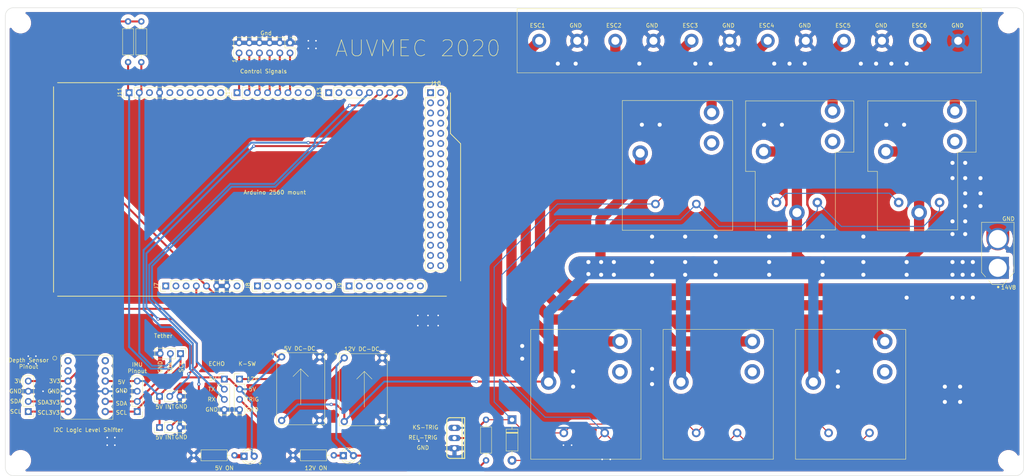
<source format=kicad_pcb>
(kicad_pcb (version 20211014) (generator pcbnew)
  (layers (0 "F.Cu" signal) (31 "B.Cu" signal) (34 "B.Paste" user) (35 "F.Paste" user) (36 "B.SilkS" user "B.Silkscreen") (37 "F.SilkS" user "F.Silkscreen") (38 "B.Mask" user) (39 "F.Mask" user) (44 "Edge.Cuts" user))
  (net 0 "")
  (net 1 "TRIG-REL")
  (net 2 "GND-REL")
  (net 3 "12V-REG")
  (net 4 "5V-REG")
  (net 5 "TRIG-KS")
  (net 6 "GND")
  (net 7 "PWR-ESC1")
  (net 8 "PWR-ESC2")
  (net 9 "PWR-ESC3")
  (net 10 "PWR-ESC4")
  (net 11 "PWR-ESC5")
  (net 12 "PWR-ESC6")
  (net 13 "SCL")
  (net 14 "SDA")
  (net 15 "3V3")
  (net 16 "SDA-3V3")
  (net 17 "SCL-3V3")
  (net 18 "VCC")
  (net 19 "CS1")
  (net 20 "CS2")
  (net 21 "CS3")
  (net 22 "CS4")
  (net 23 "CS5")
  (net 24 "CS6")
  (net 25 "Net-(D2-Pad1)")
  (net 26 "Net-(D3-Pad1)")
  (net 27 "TX_ECHO")
  (net 28 "RX_ECHO")
  (net 29 "INT_FLOW1")
  (net 30 "INT_FLOW2")
  (footprint "MountingHole:MountingHole_3.2mm_M3" (layer "F.Cu") (at 331.47 52.07)
    (fp_text reference "H3")
    (fp_text value "MountingHole")
  )
  (footprint "MountingHole:MountingHole_3.2mm_M3" (layer "F.Cu") (at 85.09 52.07)
    (fp_text reference "H1")
    (fp_text value "MountingHole")
  )
  (footprint "MountingHole:MountingHole_3.2mm_M3" (layer "F.Cu") (at 85.09 161.29)
    (fp_text reference "H2")
    (fp_text value "MountingHole")
  )
  (footprint "MountingHole:MountingHole_3.2mm_M3" (layer "F.Cu") (at 331.47 161.29)
    (fp_text reference "H4")
    (fp_text value "MountingHole")
  )
  (footprint "AUVMEC2020:xcluma Mini360" (layer "F.Cu") (at 154.94 143.383 90)
    (fp_text reference "U2")
    (fp_text value "Xcluma-Mini360-ADJ")
  )
  (footprint "Resistor_THT:R_Axial_DIN0207_L6.3mm_D2.5mm_P10.16mm_Horizontal" (layer "F.Cu") (at 201.168 161.29 90)
    (fp_text reference "R1")
    (fp_text value "10K")
  )
  (footprint "Resistor_THT:R_Axial_DIN0207_L6.3mm_D2.5mm_P10.16mm_Horizontal" (layer "F.Cu") (at 111.887 51.689 -90)
    (fp_text reference "R2")
    (fp_text value "4K7")
  )
  (footprint "Resistor_THT:R_Axial_DIN0207_L6.3mm_D2.5mm_P10.16mm_Horizontal" (layer "F.Cu") (at 115.189 51.689 -90)
    (fp_text reference "R3")
    (fp_text value "4K7")
  )
  (footprint "AUVMEC2020:xcluma Mini360" (layer "F.Cu") (at 170.561 143.637 90)
    (fp_text reference "U1")
    (fp_text value "Xcluma-Mini360-ADJ")
  )
  (footprint "AUVMEC2020:TO-220" (layer "F.Cu") (at 193.294 155.702 -90)
    (fp_text reference "U3")
    (fp_text value "IRFZ44")
  )
  (footprint "AUVMEC2020:JQX-16F(T91)" (layer "F.Cu") (at 226.06 144.78)
    (fp_text reference "K1")
    (fp_text value "JQX-16F(T91)")
  )
  (footprint "Connector_PinHeader_2.54mm:PinHeader_1x08_P2.54mm_Vertical" (layer "F.Cu") (at 121.285 117.729 90)
    (fp_text reference "J7")
    (fp_text value "Conn_01x08")
  )
  (footprint "Connector_PinHeader_2.54mm:PinHeader_1x08_P2.54mm_Vertical" (layer "F.Cu") (at 161.925 69.469 90)
    (fp_text reference "J13")
    (fp_text value "Conn_01x08")
  )
  (footprint "Connector_PinHeader_2.54mm:PinHeader_1x08_P2.54mm_Vertical" (layer "F.Cu") (at 139.065 69.469 90)
    (fp_text reference "J12")
    (fp_text value "Conn_01x08")
  )
  (footprint "Connector_PinHeader_2.54mm:PinHeader_1x10_P2.54mm_Vertical" (layer "F.Cu") (at 112.141 69.469 90)
    (fp_text reference "J11")
    (fp_text value "Conn_01x10")
  )
  (footprint "Connector_PinHeader_2.54mm:PinHeader_1x08_P2.54mm_Vertical" (layer "F.Cu") (at 167.005 117.729 90)
    (fp_text reference "J9")
    (fp_text value "Conn_01x08")
  )
  (footprint "Connector_PinHeader_2.54mm:PinHeader_2x18_P2.54mm_Vertical" (layer "F.Cu") (at 187.325 69.469)
    (fp_text reference "J10")
    (fp_text value "Conn_02x18_Counter_Clockwise")
  )
  (footprint "Connector_PinHeader_2.54mm:PinHeader_1x08_P2.54mm_Vertical" (layer "F.Cu") (at 144.145 117.729 90)
    (fp_text reference "J8")
    (fp_text value "Conn_01x08")
  )
  (footprint "Connector_PinHeader_2.54mm:PinHeader_2x06_P2.54mm_Vertical" (layer "F.Cu") (at 152.273 57.023 -90)
    (fp_text reference "J6")
    (fp_text value "Conn_02x06_Counter_Clockwise")
  )
  (footprint "Connector_PinHeader_2.54mm:PinHeader_1x04_P2.54mm_Vertical" (layer "F.Cu") (at 114.173 149.098 180)
    (fp_text reference "J3")
    (fp_text value "Conn_01x04")
  )
  (footprint "Connector_PinHeader_2.54mm:PinHeader_1x04_P2.54mm_Vertical" (layer "F.Cu") (at 139.7 140.97)
    (fp_text reference "J1")
    (fp_text value "Conn_01x04")
  )
  (footprint "LED_THT:LED_D3.0mm" (layer "F.Cu") (at 140.801001 160.249001)
    (fp_text reference "D2")
    (fp_text value "LED")
  )
  (footprint "LED_THT:LED_D3.0mm" (layer "F.Cu") (at 165.566001 160.084001)
    (fp_text reference "D3")
    (fp_text value "LED")
  )
  (footprint "AUVMEC2020:JQX-15F(T90)" (layer "F.Cu") (at 309.88 87.63)
    (fp_text reference "K6")
    (fp_text value "JQX-15F(T90)")
  )
  (footprint "AUVMEC2020:JQX-16F(T91)" (layer "F.Cu") (at 248.92 87.63)
    (fp_text reference "K5")
    (fp_text value "JQX-16F(T91)")
  )
  (footprint "AUVMEC2020:JQX-16F(T91)" (layer "F.Cu") (at 259.08 144.78)
    (fp_text reference "K4")
    (fp_text value "JQX-16F(T91)")
  )
  (footprint "AUVMEC2020:JQX-16F(T91)" (layer "F.Cu") (at 292.1 144.78)
    (fp_text reference "K2")
    (fp_text value "JQX-16F(T91)")
  )
  (footprint "AUVMEC2020:AMASS_XT60-M" (layer "F.Cu") (at 328.803 109.601 90)
    (fp_text reference "J5")
    (fp_text value "XT-60")
  )
  (footprint "AUVMEC2020:JQX-15F(T90)" (layer "F.Cu") (at 279.4 87.63)
    (fp_text reference "K3")
    (fp_text value "JQX-15F(T90)")
  )
  (footprint "Diode_THT:D_DO-41_SOD81_P10.16mm_Horizontal" (layer "F.Cu") (at 207.645 151.13 -90)
    (fp_text reference "D1")
    (fp_text value "1N4007")
  )
  (footprint "Connector_PinHeader_2.54mm:PinHeader_1x04_P2.54mm_Vertical" (layer "F.Cu") (at 86.995 149.098 180)
    (fp_text reference "J4")
    (fp_text value "Conn_01x04")
  )
  (footprint "AUVMEC2020:I2C-LLS" (layer "F.Cu") (at 101.601 142.998 180)
    (fp_text reference "PCB1")
    (fp_text value "Logic-Level-Shifter")
  )
  (footprint "Resistor_THT:R_Axial_DIN0207_L6.3mm_D2.5mm_P10.16mm_Horizontal" (layer "F.Cu") (at 153.035 160.02)
    (fp_text reference "R5")
    (fp_text value "1K")
  )
  (footprint "Connector_PinHeader_2.54mm:PinHeader_1x03_P2.54mm_Vertical" (layer "F.Cu") (at 119.7356 145.288 90)
    (fp_text reference "J16")
    (fp_text value "Conn_01x03")
  )
  (footprint "Connector_PinHeader_2.54mm:PinHeader_1x03_P2.54mm_Vertical" (layer "F.Cu") (at 124.968 134.62 -90)
    (fp_text reference "J14")
    (fp_text value "Conn_01x03")
  )
  (footprint "Resistor_THT:R_Axial_DIN0207_L6.3mm_D2.5mm_P10.16mm_Horizontal" (layer "F.Cu") (at 128.27 160.02)
    (fp_text reference "R4")
    (fp_text value "1K")
  )
  (footprint "Connector_PinHeader_2.54mm:PinHeader_1x03_P2.54mm_Vertical" (layer "F.Cu") (at 119.7356 153.0604 90)
    (fp_text reference "J15")
    (fp_text value "Conn_01x03")
  )
  (footprint "Connector_PinHeader_2.54mm:PinHeader_1x04_P2.54mm_Vertical" (layer "F.Cu") (at 135.89 140.97)
    (fp_text reference "J17")
    (fp_text value "Conn_01x04")
  )
  (footprint "AUVMEC2020:12PIN_CONN" (layer "F.Cu") (at 208.915 56.515)
    (fp_text reference "J2")
    (fp_text value "Conn_01x12")
  )
  (gr_line (start 170.815 147.955) (end 170.815 139.065) (layer "F.SilkS") (width 0.12))
  (gr_line (start 170.815 139.065) (end 168.91 140.97) (layer "F.SilkS") (width 0.12))
  (gr_line (start 170.815 139.065) (end 172.72 140.97) (layer "F.SilkS") (width 0.12))
  (gr_line (start 192.285722 79.676907) (end 194.824825 82.21601) (layer "F.SilkS") (width 0.2))
  (gr_line (start 191.291241 120.281393) (end 94.297513 120.281393) (layer "F.SilkS") (width 0.2))
  (gr_line (start 194.824825 82.21601) (end 194.824825 116.472739) (layer "F.SilkS") (width 0.2))
  (gr_line (start 192.285722 69.520496) (end 192.285722 79.676907) (layer "F.SilkS") (width 0.2))
  (gr_line (start 93.303031 119.286911) (end 93.303031 67.997034) (layer "F.SilkS") (width 0.2))
  (gr_line (start 94.297513 66.981393) (end 189.74662 66.981393) (layer "F.SilkS") (width 0.2))
  (gr_circle (center 93.601 135.746) (end 93.601 136.246) (layer "F.SilkS") (width 0.12) (fill none))
  (gr_line (start 154.94 147.32) (end 154.94 138.43) (layer "F.SilkS") (width 0.12))
  (gr_line (start 154.94 138.43) (end 153.035 140.335) (layer "F.SilkS") (width 0.12))
  (gr_line (start 154.94 138.43) (end 156.845 140.335) (layer "F.SilkS") (width 0.12))
  (gr_line (start 81.28 163.068) (end 81.28 50.292) (layer "Edge.Cuts") (width 0.1))
  (gr_line (start 83.312 48.26) (end 333.248 48.26) (layer "Edge.Cuts") (width 0.1))
  (gr_line (start 333.248 165.1) (end 83.312 165.1) (layer "Edge.Cuts") (width 0.1))
  (gr_arc (start 333.248 48.26) (mid 334.684841 48.855159) (end 335.28 50.292) (layer "Edge.Cuts") (width 0.1))
  (gr_arc (start 335.28 163.068) (mid 334.684841 164.504841) (end 333.248 165.1) (layer "Edge.Cuts") (width 0.1))
  (gr_line (start 335.28 50.292) (end 335.28 163.068) (layer "Edge.Cuts") (width 0.1))
  (gr_arc (start 83.312 165.1) (mid 81.875159 164.504841) (end 81.28 163.068) (layer "Edge.Cuts") (width 0.1))
  (gr_arc (start 81.28 50.292) (mid 81.875159 48.855159) (end 83.312 48.26) (layer "Edge.Cuts") (width 0.1))
  (gr_text "Arduino 2560 mount" (at 148.463 94.361) (layer "F.SilkS") (effects (font (size 1 1))))
  (gr_text "I2C Logic Level Shifter" (at 101.981 153.67) (layer "F.SilkS") (effects (font (size 1 1))))
  (gr_text "GND" (at 110.236 143.891) (layer "F.SilkS") (effects (font (size 1 1))))
  (gr_text "SDA3V3" (at 92.075 146.812) (layer "F.SilkS") (effects (font (size 1 1))))
  (gr_text "3V3" (at 93.599 141.478) (layer "F.SilkS") (effects (font (size 1 1))))
  (gr_text "SDA" (at 110.236 147.066) (layer "F.SilkS") (effects (font (size 1 1))))
  (gr_text "3V" (at 84.455 141.478) (layer "F.SilkS") (effects (font (size 1 1))))
  (gr_text "SCL" (at 83.85556 149.08784) (layer "F.SilkS") (effects (font (size 1 1))))
  (gr_text "GND" (at 93.345 144.018) (layer "F.SilkS") (effects (font (size 1 1))))
  (gr_text "5V" (at 110.236 141.732) (layer "F.SilkS") (effects (font (size 1 1))))
  (gr_text "Depth Sensor\nPinout" (at 87.07628 137.06348) (layer "F.SilkS") (effects (font (size 1 1))))
  (gr_text "GND" (at 83.81492 144.01292) (layer "F.SilkS") (effects (font (size 1 1))))
  (gr_text "SDA" (at 83.8962 146.52244) (layer "F.SilkS") (effects (font (size 1 1))))
  (gr_text "SCL" (at 110.236 149.352) (layer "F.SilkS") (effects (font (size 1 1))))
  (gr_text "SCL3V3" (at 92.075 149.352) (layer "F.SilkS") (effects (font (size 1 1))))
  (gr_text "5V DC-DC\n" (at 154.686 133.35) (layer "F.SilkS") (effects (font (size 1 1))))
  (gr_text "INT" (at 122.301 155.5242) (layer "F.SilkS") (effects (font (size 1 1))))
  (gr_text "GND" (at 125.1204 155.4734) (layer "F.SilkS") (effects (font (size 1 1))))
  (gr_text "5V" (at 119.634 155.5242) (layer "F.SilkS") (effects (font (size 1 1))))
  (gr_text "5V" (at 132.969 140.9192) (layer "F.SilkS") (effects (font (size 1 1))))
  (gr_text "+" (at 163.83 134.62) (layer "F.SilkS") (effects (font (size 1 1))))
  (gr_text "12V ON" (at 158.75 163.195) (layer "F.SilkS") (effects (font (size 1 1))))
  (gr_text "+" (at 144.78 161.925) (layer "F.SilkS") (effects (font (size 1 1))))
  (gr_text "GND" (at 119.9134 137.9474 90) (layer "F.SilkS") (effects (font (size 1 1))))
  (gr_text "ESC2" (at 233.045 52.705) (layer "F.SilkS") (effects (font (size 1 1))))
  (gr_text "K-SW" (at 141.605 137.16) (layer "F.SilkS") (effects (font (size 1 1))))
  (gr_text "GND" (at 331.47 100.965) (layer "F.SilkS") (effects (font (size 1 1))))
  (gr_text "GND" (at 261.62 52.705) (layer "F.SilkS") (effects (font (size 1 1))))
  (gr_text "IMU\nPinout" (at 114.173 138.176) (layer "F.SilkS") (effects (font (size 1 1))))
  (gr_text "GND" (at 142.875 148.59) (layer "F.SilkS") (effects (font (size 1 1))))
  (gr_text "Control Signals\n" (at 145.669 64.135) (layer "F.SilkS") (effects (font (size 1 1))))
  (gr_text "1" (at 138.43 61.595 90) (layer "F.SilkS") (effects (font (size 1 1) (thickness 0.15) italic)))
  (gr_text "REL-TRIG" (at 185.42 155.575) (layer "F.SilkS") (effects (font (size 1 1))))
  (gr_text "ESC4" (at 271.145 52.705) (layer "F.SilkS") (effects (font (size 1 1))))
  (gr_text "14V8" (at 331.47 118.11) (layer "F.SilkS") (effects (font (size 1 1))))
  (gr_text "ESC6" (at 309.245 52.705) (layer "F.SilkS") (effects (font (size 1 1))))
  (gr_text "5V ON" (at 135.89 163.195) (layer "F.SilkS") (effects (font (size 1 1))))
  (gr_text "12V" (at 142.875 140.97) (layer "F.SilkS") (effects (font (size 1 1))))
  (gr_text "GND" (at 318.77 52.705) (layer "F.SilkS") (effects (font (size 1 1))))
  (gr_text "RX" (at 132.715 146.05) (layer "F.SilkS") (effects (font (size 1 1))))
  (gr_text "ESC3" (at 252.095 52.705) (layer "F.SilkS") (effects (font (size 1 1))))
  (gr_text "5V" (at 142.875 143.51) (layer "F.SilkS") (effects (font (size 1 1))))
  (gr_text "ESC1" (at 213.995 52.705) (layer "F.SilkS") (effects (font (size 1 1))))
  (gr_text "SCL" (at 125.1458 137.9474 90) (layer "F.SilkS") (effects (font (size 1 1))))
  (gr_text "ECHO" (at 133.985 137.16) (layer "F.SilkS") (effects (font (size 1 1))))
  (gr_text "GND" (at 132.715 148.59) (layer "F.SilkS") (effects (font (size 1 1))))
  (gr_text "GND" (at 280.67 52.705) (layer "F.SilkS") (effects (font (size 1 1))))
  (gr_text "GND" (at 299.72 52.705) (layer "F.SilkS") (effects (font (size 1 1))))
  (gr_text "TRIG" (at 142.875 146.05) (layer "F.SilkS") (effects (font (size 1 1))))
  (gr_text "SDA" (at 122.4026 138.1252 90) (layer "F.SilkS") (effects (font (size 1 1))))
  (gr_text "GND" (at 125.1204 147.8534) (layer "F.SilkS") (effects (font (size 1 1))))
  (gr_text "AUVMEC 2020" (at 184.15 58.42) (layer "F.SilkS") (effects (font (size 4 4))))
  (gr_text "GND" (at 223.52 52.705) (layer "F.SilkS") (effects (font (size 1 1))))
  (gr_text "ESC5" (at 290.195 52.705) (layer "F.SilkS") (effects (font (size 1 1))))
  (gr_text "KS-TRIG" (at 186.055 153.035) (layer "F.SilkS") (effects (font (size 1 1))))
  (gr_text "Gnd" (at 146.304 54.61) (layer "F.SilkS") (effects (font (size 1 1))))
  (gr_text "+" (at 169.545 161.925) (layer "F.SilkS") (effects (font (size 1 1))))
  (gr_text "12V DC-DC\n" (at 170.18 133.477) (layer "F.SilkS") (effects (font (size 1 1))))
  (gr_text "INT" (at 122.301 147.9042) (layer "F.SilkS") (effects (font (size 1 1))))
  (gr_text "5V" (at 119.634 147.9042) (layer "F.SilkS") (effects (font (size 1 1))))
  (gr_text "TX" (at 132.715 143.51) (layer "F.SilkS") (effects (font (size 1 1))))
  (gr_text "GND" (at 185.42 158.115) (layer "F.SilkS") (effects (font (size 1 1))))
  (gr_text "+" (at 147.955 134.62) (layer "F.SilkS") (effects (font (size 1 1))))
  (gr_text "Tether" (at 120.65 130.175) (layer "F.SilkS") (effects (font (size 1 1))))
  (gr_text "GND" (at 242.57 52.705) (layer "F.SilkS") (effects (font (size 1 1))))
  (segment (start 243.42 97.27) (end 245.620001 95.069999) (width 0.25) (layer "F.Cu") (net 1))
  (segment (start 245.620001 95.069999) (end 271.789999 95.069999) (width 0.25) (layer "F.Cu") (net 1))
  (segment (start 210.935 154.42) (end 207.645 151.13) (width 0.25) (layer "F.Cu") (net 1))
  (segment (start 196.596 155.702) (end 201.168 151.13) (width 0.5) (layer "F.Cu") (net 1))
  (segment (start 255.780001 152.219999) (end 253.58 154.42) (width 0.25) (layer "F.Cu") (net 1))
  (segment (start 222.760001 152.219999) (end 220.56 154.42) (width 0.25) (layer "F.Cu") (net 1))
  (segment (start 193.294 155.702) (end 196.596 155.702) (width 0.5) (layer "F.Cu") (net 1))
  (segment (start 286.6 154.42) (end 284.399999 152.219999) (width 0.25) (layer "F.Cu") (net 1))
  (segment (start 271.789999 95.069999) (end 273.6 96.88) (width 0.25) (layer "F.Cu") (net 1))
  (segment (start 284.399999 152.219999) (end 255.780001 152.219999) (width 0.25) (layer "F.Cu") (net 1))
  (segment (start 207.645 151.13) (end 201.168 151.13) (width 0.25) (layer "F.Cu") (net 1))
  (segment (start 220.56 154.42) (end 210.935 154.42) (width 0.25) (layer "F.Cu") (net 1))
  (segment (start 253.58 154.42) (end 251.379999 152.219999) (width 0.25) (layer "F.Cu") (net 1))
  (segment (start 251.379999 152.219999) (end 222.760001 152.219999) (width 0.25) (layer "F.Cu") (net 1))
  (segment (start 203.2 146.685) (end 207.645 151.13) (width 0.25) (layer "B.Cu") (net 1))
  (segment (start 218.96 97.27) (end 203.2 113.03) (width 0.25) (layer "B.Cu") (net 1))
  (segment (start 275.865 94.615) (end 282.642498 94.615) (width 0.25) (layer "B.Cu") (net 1))
  (segment (start 243.42 97.27) (end 218.96 97.27) (width 0.25) (layer "B.Cu") (net 1))
  (segment (start 301.767499 94.567499) (end 304.08 96.88) (width 0.25) (layer "B.Cu") (net 1))
  (segment (start 273.6 96.88) (end 275.865 94.615) (width 0.25) (layer "B.Cu") (net 1))
  (segment (start 282.689999 94.567499) (end 301.767499 94.567499) (width 0.25) (layer "B.Cu") (net 1))
  (segment (start 203.2 113.03) (end 203.2 146.685) (width 0.25) (layer "B.Cu") (net 1))
  (segment (start 282.642498 94.615) (end 282.689999 94.567499) (width 0.25) (layer "B.Cu") (net 1))
  (segment (start 232.960001 156.620001) (end 261.579999 156.620001) (width 0.25) (layer "F.Cu") (net 2))
  (segment (start 223.89 161.29) (end 230.76 154.42) (width 0.25) (layer "F.Cu") (net 2))
  (segment (start 230.76 154.42) (end 232.960001 156.620001) (width 0.25) (layer "F.Cu") (net 2))
  (segment (start 261.579999 156.620001) (end 263.78 154.42) (width 0.25) (layer "F.Cu") (net 2))
  (segment (start 207.645 161.29) (end 223.89 161.29) (width 0.25) (layer "F.Cu") (net 2))
  (segment (start 265.980001 156.620001) (end 294.599999 156.620001) (width 0.25) (layer "F.Cu") (net 2))
  (segment (start 294.599999 156.620001) (end 296.8 154.42) (width 0.25) (layer "F.Cu") (net 2))
  (segment (start 263.78 154.42) (end 265.980001 156.620001) (width 0.25) (layer "F.Cu") (net 2))
  (segment (start 310.252502 102.87) (end 289.79 102.87) (width 0.25) (layer "B.Cu") (net 2))
  (segment (start 205.105 139.7) (end 215.9 150.495) (width 0.25) (layer "B.Cu") (net 2))
  (segment (start 314.28 96.88) (end 314.28 98.842502) (width 0.25) (layer "B.Cu") (net 2))
  (segment (start 314.28 98.842502) (end 310.252502 102.87) (width 0.25) (layer "B.Cu") (net 2))
  (segment (start 215.9 150.495) (end 226.835 150.495) (width 0.25) (layer "B.Cu") (net 2))
  (segment (start 218.82611 101.21389) (end 205.105 114.935) (width 0.25) (layer "B.Cu") (net 2))
  (segment (start 259.22 102.87) (end 253.62 97.27) (width 0.25) (layer "B.Cu") (net 2))
  (segment (start 289.79 102.87) (end 283.8 96.88) (width 0.25) (layer "B.Cu") (net 2))
  (segment (start 226.835 150.495) (end 230.76 154.42) (width 0.25) (layer "B.Cu") (net 2))
  (segment (start 253.62 97.27) (end 249.67611 101.21389) (width 0.25) (layer "B.Cu") (net 2))
  (segment (start 283.8 96.88) (end 283.8 98.842502) (width 0.25) (layer "B.Cu") (net 2))
  (segment (start 249.67611 101.21389) (end 218.82611 101.21389) (width 0.25) (layer "B.Cu") (net 2))
  (segment (start 279.772502 102.87) (end 259.22 102.87) (width 0.25) (layer "B.Cu") (net 2))
  (segment (start 205.105 114.935) (end 205.105 139.7) (width 0.25) (layer "B.Cu") (net 2))
  (segment (start 283.8 98.842502) (end 279.772502 102.87) (width 0.25) (layer "B.Cu") (net 2))
  (segment (start 199.263 163.195) (end 201.168 161.29) (width 0.5) (layer "F.Cu") (net 3))
  (segment (start 168.106001 160.084001) (end 179.769001 160.084001) (width 0.5) (layer "F.Cu") (net 3))
  (segment (start 139.7 140.97) (end 160.538 140.97) (width 0.5) (layer "F.Cu") (net 3))
  (segment (start 160.538 140.97) (end 165.811 135.697) (width 0.5) (layer "F.Cu") (net 3))
  (segment (start 179.769001 160.084001) (end 182.88 163.195) (width 0.5) (layer "F.Cu") (net 3))
  (segment (start 182.88 163.195) (end 199.263 163.195) (width 0.5) (layer "F.Cu") (net 3))
  (segment (start 165.811 135.697) (end 163.83 137.678) (width 0.5) (layer "B.Cu") (net 3))
  (segment (start 163.83 137.678) (end 163.83 155.808) (width 0.5) (layer "B.Cu") (net 3))
  (segment (start 163.83 155.808) (end 168.106001 160.084001) (width 0.5) (layer "B.Cu") (net 3))
  (segment (start 111.887 51.689) (end 109.855 51.689) (width 0.5) (layer "F.Cu") (net 4))
  (segment (start 114.173 141.478) (end 106.201 141.478) (width 0.5) (layer "F.Cu") (net 4))
  (segment (start 109.855 51.689) (end 103.124 58.42) (width 0.5) (layer "F.Cu") (net 4))
  (segment (start 135.89 140.97) (end 137.16 140.97) (width 0.5) (layer "F.Cu") (net 4))
  (segment (start 119.7356 145.0594) (end 124.244999 140.550001) (width 0.5) (layer "F.Cu") (net 4))
  (segment (start 103.124 89.408) (end 130.950018 117.234018) (width 0.5) (layer "F.Cu") (net 4))
  (segment (start 131.445 117.729) (end 149.159 135.443) (width 0.5) (layer "F.Cu") (net 4))
  (segment (start 124.244999 140.550001) (end 135.470001 140.550001) (width 0.5) (layer "F.Cu") (net 4))
  (segment (start 119.7356 145.288) (end 119.7356 145.0594) (width 0.5) (layer "F.Cu") (net 4))
  (segment (start 135.470001 140.550001) (end 135.89 140.97) (width 0.5) (layer "F.Cu") (net 4))
  (segment (start 119.7356 145.288) (end 119.7356 153.0604) (width 0.5) (layer "F.Cu") (net 4))
  (segment (start 111.887 51.689) (end 115.189 51.689) (width 0.5) (layer "F.Cu") (net 4))
  (segment (start 137.16 140.97) (end 139.7 143.51) (width 0.5) (layer "F.Cu") (net 4))
  (segment (start 149.159 135.443) (end 150.19 135.443) (width 0.5) (layer "F.Cu") (net 4))
  (segment (start 103.124 58.42) (end 103.124 89.408) (width 0.5) (layer "F.Cu") (net 4))
  (segment (start 142.123 143.51) (end 150.19 135.443) (width 0.5) (layer "B.Cu") (net 4))
  (segment (start 115.9256 141.478) (end 119.7356 145.288) (width 0.5) (layer "B.Cu") (net 4))
  (segment (start 143.256 160.164) (end 143.341001 160.249001) (width 0.5) (layer "B.Cu") (net 4))
  (segment (start 142.748 159.656) (end 143.341001 160.249001) (width 0.5) (layer "B.Cu") (net 4))
  (segment (start 114.173 141.478) (end 115.9256 141.478) (width 0.5) (layer "B.Cu") (net 4))
  (segment (start 139.7 143.51) (end 142.748 146.558) (width 0.5) (layer "B.Cu") (net 4))
  (segment (start 142.748 146.558) (end 142.748 159.656) (width 0.5) (layer "B.Cu") (net 4))
  (segment (start 139.7 143.51) (end 142.123 143.51) (width 0.5) (layer "B.Cu") (net 4))
  (segment (start 146.812 153.162) (end 139.7 146.05) (width 0.5) (layer "F.Cu") (net 5))
  (segment (start 193.294 153.162) (end 239.776 153.162) (width 0.5) (layer "B.Cu") (net 5))
  (segment (start 318.915 56.515) (end 328.803 66.403) (width 5.7) (layer "F.Cu") (net 6))
  (segment (start 328.803 66.403) (end 328.803 106.001) (width 5.7) (layer "F.Cu") (net 6))
  (segment (start 175.631 151.257) (end 175.311 151.577) (width 1.02) (layer "F.Cu") (net 6))
  (via (at 273.05 62.23) (size 2.03) (drill 1.02) (layers "F.Cu" "B.Cu") (net 6))
  (via (at 280.67 62.23) (size 2.03) (drill 1.02) (layers "F.Cu" "B.Cu") (net 6))
  (via (at 320.675 104.775) (size 2.03) (drill 1.02) (layers "F.Cu" "B.Cu") (net 6))
  (via (at 106.68 155.575) (size 0.8) (drill 0.4) (layers "F.Cu" "B.Cu") (net 6))
  (via (at 230.124 161.036) (size 0.8) (drill 0.4) (layers "F.Cu" "B.Cu") (net 6))
  (via (at 88.9 135.255) (size 0.8) (drill 0.4) (layers "F.Cu" "B.Cu") (net 6))
  (via (at 320.675 86.995) (size 2.03) (drill 1.02) (layers "F.Cu" "B.Cu") (net 6))
  (via (at 276.86 62.23) (size 2.03) (drill 1.02) (layers "F.Cu" "B.Cu") (net 6))
  (via (at 315.595 146.685) (size 2.03) (drill 1.02) (layers "F.Cu" "B.Cu") (net 6))
  (via (at 108.585 155.575) (size 0.8) (drill 0.4) (layers "F.Cu" "B.Cu") (net 6))
  (via (at 110.998 144.018) (size 0.8) (drill 0.4) (layers "F.Cu" "B.Cu") (net 6))
  (via (at 288.925 142.875) (size 2.03) (drill 1.02) (layers "F.Cu" "B.Cu") (net 6))
  (via (at 271.78 105.41) (size 2.03) (drill 1.02) (layers "F.Cu" "B.Cu") (net 6))
  (via (at 242.57 105.41) (size 2.03) (drill 1.02) (layers "F.Cu" "B.Cu") (net 6))
  (via (at 158.75 56.515) (size 0.8) (drill 0.4) (layers "F.Cu" "B.Cu") (net 6))
  (via (at 317.5 104.775) (size 2.03) (drill 1.02) (layers "F.Cu" "B.Cu") (net 6))
  (via (at 320.675 97.79) (size 2.03) (drill 1.02) (layers "F.Cu" "B.Cu") (net 6))
  (via (at 240.03 77.47) (size 2.03) (drill 1.02) (layers "F.Cu" "B.Cu") (net 6))
  (via (at 324.485 90.805) (size 2.03) (drill 1.02) (layers "F.Cu" "B.Cu") (net 6))
  (via (at 317.5 90.805) (size 2.03) (drill 1.02) (layers "F.Cu" "B.Cu") (net 6))
  (via (at 317.5 101.6) (size 2.03) (drill 1.02) (layers "F.Cu" "B.Cu") (net 6))
  (via (at 232.156 161.036) (size 0.8) (drill 0.4) (layers "F.Cu" "B.Cu") (net 6))
  (via (at 319.405 146.685) (size 2.03) (drill 1.02) (layers "F.Cu" "B.Cu") (net 6))
  (via (at 186.69 127.635) (size 0.8) (drill 0.4) (layers "F.Cu" "B.Cu") (net 6))
  (via (at 324.485 97.79) (size 2.03) (drill 1.02) (layers "F.Cu" "B.Cu") (net 6))
  (via (at 294.64 62.23) (size 2.03) (drill 1.02) (layers "F.Cu" "B.Cu") (net 6))
  (via (at 158.75 58.42) (size 0.8) (drill 0.4) (layers "F.Cu" "B.Cu") (net 6))
  (via (at 320.04 120.65) (size 2.03) (drill 1.02) (layers "F.Cu" "B.Cu") (net 6))
  (via (at 258.445 105.41) (size 2.03) (drill 1.02) (layers "F.Cu" "B.Cu") (net 6))
  (via (at 189.23 127.635) (size 0.8) (drill 0.4) (layers "F.Cu" "B.Cu") (net 6))
  (via (at 88.9 137.16) (size 0.8) (drill 0.4) (layers "F.Cu" "B.Cu") (net 6))
  (via (at 298.45 62.23) (size 2.03) (drill 1.02) (layers "F.Cu" "B.Cu") (net 6))
  (via (at 295.275 105.41) (size 2.03) (drill 1.02) (layers "F.Cu" "B.Cu") (net 6))
  (via (at 222.885 139.065) (size 2.03) (drill 1.02) (layers "F.Cu" "B.Cu") (net 6))
  (via (at 219.075 62.23) (size 2.03) (drill 1.02) (layers "F.Cu" "B.Cu") (net 6))
  (via (at 122.428 148.336) (size 0.8) (drill 0.4) (layers "F.Cu" "B.Cu") (net 6))
  (via (at 244.475 77.47) (size 2.03) (drill 1.02) (layers "F.Cu" "B.Cu") (net 6))
  (via (at 305.435 77.47) (size 2.03) (drill 1.02) (layers "F.Cu" "B.Cu") (net 6))
  (via (at 92.71 144.018) (size 0.8) (drill 0.4) (layers "F.Cu" "B.Cu") (net 6))
  (via (at 242.57 142.24) (size 2.03) (drill 1.02) (layers "F.Cu" "B.Cu") (net 6))
  (via (at 210.185 132.715) (size 2.03) (drill 1.02) (layers "F.Cu" "B.Cu") (net 6))
  (via (at 288.925 139.065) (size 2.03) (drill 1.02) (layers "F.Cu" "B.Cu") (net 6))
  (via (at 106.68 157.48) (size 0.8) (drill 0.4) (layers "F.Cu" "B.Cu") (net 6))
  (via (at 90.678 144.018) (size 0.8) (drill 0.4) (layers "F.Cu" "B.Cu") (net 6))
  (via (at 156.845 58.42) (size 0.8) (drill 0.4) (layers "F.Cu" "B.Cu") (net 6))
  (via (at 300.99 77.47) (size 2.03) (drill 1.02) (layers "F.Cu" "B.Cu") (net 6))
  (via (at 156.845 56.515) (size 0.8) (drill 0.4) (layers "F.Cu" "B.Cu") (net 6))
  (via (at 223.52 62.23) (size 2.03) (drill 1.02) (layers "F.Cu" "B.Cu") (net 6))
  (via (at 320.675 94.615) (size 2.03) (drill 1.02) (layers "F.Cu" "B.Cu") (net 6))
  (via (at 210.185 135.89) (size 2.03) (drill 1.02) (layers "F.Cu" "B.Cu") (net 6))
  (via (at 239.395 62.23) (size 2.03) (drill 1.02) (layers "F.Cu" "B.Cu") (net 6))
  (via (at 86.995 135.255) (size 0.8) (drill 0.4) (layers "F.Cu" "B.Cu") (net 6))
  (via (at 253.365 62.23) (size 2.03) (drill 1.02) (layers "F.Cu" "B.Cu") (net 6))
  (via (at 186.436 156.464) (size 0.8) (drill 0.4) (layers "F.Cu" "B.Cu") (net 6))
  (via (at 109.474 144.018) (size 0.8) (drill 0.4) (layers "F.Cu" "B.Cu") (net 6))
  (via (at 306.07 62.23) (size 2.03) (drill 1.02) (layers "F.Cu" "B.Cu") (net 6))
  (via (at 189.23 125.095) (size 0.8) (drill 0.4) (layers "F.Cu" "B.Cu") (net 6))
  (via (at 322.58 120.65) (size 2.03) (drill 1.02) (layers "F.Cu" "B.Cu") (net 6))
  (via (at 315.595 142.875) (size 2.03) (drill 1.02) (layers "F.Cu" "B.Cu") (net 6))
  (via (at 184.15 125.095) (size 0.8) (drill 0.4) (layers "F.Cu" "B.Cu") (net 6))
  (via (at 285.115 105.41) (size 2.03) (drill 1.02) (layers "F.Cu" "B.Cu") (net 6))
  (via (at 222.885 142.875) (size 2.03) (drill 1.02) (layers "F.Cu" "B.Cu") (net 6))
  (via (at 108.585 157.48) (size 0.8) (drill 0.4) (layers "F.Cu" "B.Cu") (net 6))
  (via (at 324.485 94.615) (size 2.03) (drill 1.02) (layers "F.Cu" "B.Cu") (net 6))
  (via (at 242.57 138.43) (size 2.03) (drill 1.02) (layers "F.Cu" "B.Cu") (net 6))
  (via (at 319.405 142.875) (size 2.03) (drill 1.02) (layers "F.Cu" "B.Cu") (net 6))
  (via (at 222.504 157.48) (size 0.8) (drill 0.4) (layers "F.Cu" "B.Cu") (net 6))
  (via (at 317.5 86.995) (size 2.03) (drill 1.02) (layers "F.Cu" "B.Cu") (net 6))
  (via (at 274.955 77.47) (size 2.03) (drill 1.02) (layers "F.Cu" "B.Cu") (net 6))
  (via (at 270.51 77.47) (size 2.03) (drill 1.02) (layers "F.Cu" "B.Cu") (net 6))
  (via (at 250.825 105.41) (size 2.03) (drill 1.02) (layers "F.Cu" "B.Cu") (net 6))
  (via (at 184.404 156.464) (size 0.8) (drill 0.4) (layers "F.Cu" "B.Cu") (net 6))
  (via (at 317.5 120.65) (size 2.03) (drill 1.02) (layers "F.Cu" "B.Cu") (net 6))
  (via (at 320.675 101.6) (size 2.03) (drill 1.02) (layers "F.Cu" "B.Cu") (net 6))
  (via (at 184.15 127.635) (size 0.8) (drill 0.4) (layers "F.Cu" "B.Cu") (net 6))
  (via (at 320.675 90.805) (size 2.03) (drill 1.02) (layers "F.Cu" "B.Cu") (net 6))
  (via (at 86.995 137.16) (size 0.8) (drill 0.4) (layers "F.Cu" "B.Cu") (net 6))
  (via (at 302.26 62.23) (size 2.03) (drill 1.02) (layers "F.Cu" "B.Cu") (net 6))
  (via (at 257.175 62.23) (size 2.03) (drill 1.02) (layers "F.Cu" "B.Cu") (net 6))
  (via (at 306.07 120.65) (size 2.03) (drill 1.02) (layers "F.Cu" "B.Cu") (net 6))
  (via (at 186.69 125.095) (size 0.8) (drill 0.4) (layers "F.Cu" "B.Cu") (net 6))
  (via (at 220.472 157.48) (size 0.8) (drill 0.4) (layers "F.Cu" "B.Cu") (net 6))
  (segment (start 109.474 144.018) (end 110.998 144.018) (width 0.5) (layer "B.Cu") (net 6))
  (segment (start 110.998 144.018) (end 114.173 144.018) (width 0.5) (layer "B.Cu") (net 6))
  (segment (start 90.678 144.018) (end 92.71 144.018) (width 0.5) (layer "B.Cu") (net 6))
  (segment (start 92.71 144.018) (end 96.901 144.018) (width 0.5) (layer "B.Cu") (net 6))
  (segment (start 124.8156 145.288) (end 124.8156 153.0604) (width 0.5) (layer "B.Cu") (net 6))
  (segment (start 106.201 144.018) (end 109.474 144.018) (width 0.5) (layer "B.Cu") (net 6))
  (segment (start 96.901 144.018) (end 106.201 144.018) (width 0.5) (layer "B.Cu") (net 6))
  (segment (start 86.995 144.018) (end 90.678 144.018) (width 0.5) (layer "B.Cu") (net 6))
  (segment (start 218.030772 131.58) (end 207.509981 121.059207) (width 2.56) (layer "F.Cu") (net 7))
  (segment (start 234.56 131.58) (end 218.030772 131.58) (width 2.56) (layer "F.Cu") (net 7))
  (segment (start 207.509981 63.420019) (end 214.415 56.515) (width 2.56) (layer "F.Cu") (net 7))
  (segment (start 207.509981 121.059207) (end 207.509981 63.420019) (width 2.56) (layer "F.Cu") (net 7))
  (segment (start 267.58 131.58) (end 248.03499 131.58) (width 2.56) (layer "F.Cu") (net 8))
  (segment (start 242.57 126.11501) (end 217.600395 126.115009) (width 2.56) (layer "F.Cu") (net 8))
  (segment (start 217.600395 126.115009) (end 211.06999 119.584604) (width 2.56) (layer "F.Cu") (net 8))
  (segment (start 248.03499 131.58) (end 242.57 126.11501) (width 2.56) (layer "F.Cu") (net 8))
  (segment (start 211.06999 119.584604) (end 211.069991 92.825395) (width 2.56) (layer "F.Cu") (net 8))
  (segment (start 211.069991 92.825395) (end 233.415 70.480386) (width 2.56) (layer "F.Cu") (net 8))
  (segment (start 233.415 70.480386) (end 233.415 56.515) (width 2.56) (layer "F.Cu") (net 8))
  (segment (start 300.6 131.58) (end 291.575 122.555) (width 2.56) (layer "F.Cu") (net 9))
  (segment (start 291.575 122.555) (end 219.075 122.555) (width 2.56) (layer "F.Cu") (net 9))
  (segment (start 219.075 122.555) (end 214.63 118.11) (width 2.56) (layer "F.Cu") (net 9))
  (segment (start 214.63 118.11) (end 214.63 94.3) (width 2.56) (layer "F.Cu") (net 9))
  (segment (start 214.63 94.3) (end 252.415 56.515) (width 2.56) (layer "F.Cu") (net 9))
  (segment (start 257.42 74.43) (end 257.42 70.51) (width 2.56) (layer "F.Cu") (net 10))
  (segment (start 257.42 70.51) (end 271.415 56.515) (width 2.56) (layer "F.Cu") (net 10))
  (segment (start 287.6 74.03) (end 287.6 59.33) (width 2.56) (layer "F.Cu") (net 11))
  (segment (start 287.6 59.33) (end 290.415 56.515) (width 2.56) (layer "F.Cu") (net 11))
  (segment (start 318.08 74.03) (end 318.08 65.18) (width 2.56) (layer "F.Cu") (net 12))
  (segment (start 318.08 65.18) (end 309.415 56.515) (width 2.56) (layer "F.Cu") (net 12))
  (segment (start 106.201 149.098) (end 114.173 149.098) (width 0.5) (layer "F.Cu") (net 13))
  (segment (start 111.887 61.849) (end 111.887 69.215) (width 0.5) (layer "F.Cu") (net 13))
  (segment (start 124.968 137.687002) (end 114.173 148.482002) (width 0.5) (layer "F.Cu") (net 13))
  (segment (start 114.173 148.482002) (end 114.173 149.098) (width 0.5) (layer "F.Cu") (net 13))
  (segment (start 111.887 69.215) (end 112.141 69.469) (width 0.5) (layer "F.Cu") (net 13))
  (segment (start 124.968 134.62) (end 124.968 137.687002) (width 0.5) (layer "F.Cu") (net 13))
  (segment (start 114.173 149.098) (end 114.173 148.482002) (width 0.5) (layer "B.Cu") (net 13))
  (segment (start 122.56999 138.36801) (end 124.968 135.97) (width 0.5) (layer "B.Cu") (net 13))
  (segment (start 112.141 69.469) (end 112.141 132.942963) (width 0.5) (layer "B.Cu") (net 13))
  (segment (start 117.566047 138.36801) (end 122.56999 138.36801) (width 0.5) (layer "B.Cu") (net 13))
  (segment (start 112.141 132.942963) (end 117.566047 138.36801) (width 0.5) (layer "B.Cu") (net 13))
  (segment (start 124.968 135.97) (end 124.968 134.62) (width 0.5) (layer "B.Cu") (net 13))
  (segment (start 115.189 61.849) (end 115.189 68.961) (width 0.5) (layer "F.Cu") (net 14))
  (segment (start 114.173 146.558) (end 106.201 146.558) (width 0.5) (layer "F.Cu") (net 14))
  (segment (start 122.428 134.62) (end 122.428 138.303) (width 0.5) (layer "F.Cu") (net 14))
  (segment (start 122.428 138.303) (end 114.173 146.558) (width 0.5) (layer "F.Cu") (net 14))
  (segment (start 115.189 68.961) (end 114.681 69.469) (width 0.5) (layer "F.Cu") (net 14))
  (segment (start 114.681 134.493) (end 114.681 69.469) (width 0.5) (layer "B.Cu") (net 14))
  (segment (start 117.856 137.668) (end 114.681 134.493) (width 0.5) (layer "B.Cu") (net 14))
  (segment (start 122.428 136.652) (end 121.412 137.668) (width 0.5) (layer "B.Cu") (net 14))
  (segment (start 121.412 137.668) (end 117.856 137.668) (width 0.5) (layer "B.Cu") (net 14))
  (segment (start 122.428 134.62) (end 122.428 136.652) (width 0.5) (layer "B.Cu") (net 14))
  (segment (start 86.995 141.478) (end 96.901 141.478) (width 0.5) (layer "F.Cu") (net 15))
  (segment (start 128.905 117.729) (end 128.905 122.047) (width 0.5) (layer "F.Cu") (net 15))
  (segment (start 127.508 123.444) (end 103.124 123.444) (width 0.5) (layer "F.Cu") (net 15))
  (segment (start 99.568 138.811) (end 96.901 141.478) (width 0.5) (layer "F.Cu") (net 15))
  (segment (start 128.905 122.047) (end 127.508 123.444) (width 0.5) (layer "F.Cu") (net 15))
  (segment (start 99.568 127) (end 99.568 138.811) (width 0.5) (layer "F.Cu") (net 15))
  (segment (start 103.124 123.444) (end 99.568 127) (width 0.5) (layer "F.Cu") (net 15))
  (segment (start 86.995 146.558) (end 96.901 146.558) (width 0.5) (layer "F.Cu") (net 16))
  (segment (start 96.901 149.098) (end 86.995 149.098) (width 0.5) (layer "F.Cu") (net 17))
  (segment (start 278.7 110.132) (end 281.769 113.201) (width 2.56) (layer "F.Cu") (net 18))
  (segment (start 278.7 88.835) (end 278.7 99.41) (width 2.56) (layer "F.Cu") (net 18))
  (segment (start 281.769 113.201) (end 229.699 113.201) (width 5.7) (layer "F.Cu") (net 18))
  (segment (start 309.18 108.65) (end 304.629 113.201) (width 2.56) (layer "F.Cu") (net 18))
  (segment (start 305.15 84.17) (end 309.18 88.2) (width 2.56) (layer "F.Cu") (net 18))
  (segment (start 309.18 88.2) (end 309.18 99.41) (width 2.56) (layer "F.Cu") (net 18))
  (segment (start 300.88 84.17) (end 305.15 84.17) (width 2.56) (layer "F.Cu") (net 18))
  (segment (start 304.629 113.201) (end 281.769 113.201) (width 5.7) (layer "F.Cu") (net 18))
  (segment (start 165.811 149.301) (end 165.811 151.577) (width 0.5) (layer "F.Cu") (net 18))
  (segment (start 270.4 84.17) (end 274.035 84.17) (width 2.56) (layer "F.Cu") (net 18))
  (segment (start 198.755 141.605) (end 216.645 141.605) (width 0.5) (layer "F.Cu") (net 18))
  (segment (start 239.62 91.215) (end 229.699 101.136) (width 2.56) (layer "F.Cu") (net 18))
  (segment (start 239.62 84.57) (end 239.62 91.215) (width 2.56) (layer "F.Cu") (net 18))
  (segment (start 229.699 101.136) (end 229.699 113.201) (width 2.56) (layer "F.Cu") (net 18))
  (segment (start 216.645 141.605) (end 216.76 141.72) (width 0.5) (layer "F.Cu") (net 18))
  (segment (start 229.699 113.201) (end 224.619 113.201) (width 5.7) (layer "F.Cu") (net 18))
  (segment (start 274.035 84.17) (end 278.7 88.835) (width 2.56) (layer "F.Cu") (net 18))
  (segment (start 278.7 99.41) (end 278.7 110.132) (width 2.56) (layer "F.Cu") (net 18))
  (segment (start 328.803 113.201) (end 304.629 113.201) (width 5.7) (layer "F.Cu") (net 18))
  (segment (start 163.83 147.32) (end 165.811 149.301) (width 0.5) (layer "F.Cu") (net 18))
  (segment (start 309.18 99.41) (end 309.18 108.65) (width 2.56) (layer "F.Cu") (net 18))
  (segment (start 162.56 147.32) (end 163.83 147.32) (width 0.5) (layer "F.Cu") (net 18))
  (via (at 226.695 114.755) (size 2.03) (drill 1.02) (layers "F.Cu" "B.Cu") (net 18))
  (via (at 317.5 114.935) (size 2.03) (drill 1.02) (layers "F.Cu" "B.Cu") (net 18))
  (via (at 242.57 111.76) (size 2.03) (drill 1.02) (layers "F.Cu" "B.Cu") (net 18))
  (via (at 233.045 114.935) (size 2.03) (drill 1.02) (layers "F.Cu" "B.Cu") (net 18))
  (via (at 233.045 111.76) (size 2.03) (drill 1.02) (layers "F.Cu" "B.Cu") (net 18))
  (via (at 229.87 111.76) (size 2.03) (drill 1.02) (layers "F.Cu" "B.Cu") (net 18))
  (via (at 285.115 111.76) (size 2.03) (drill 1.02) (layers "F.Cu" "B.Cu") (net 18))
  (via (at 229.87 114.935) (size 2.03) (drill 1.02) (layers "F.Cu" "B.Cu") (net 18))
  (via (at 295.275 111.76) (size 2.03) (drill 1.02) (layers "F.Cu" "B.Cu") (net 18))
  (via (at 226.695 111.76) (size 2.03) (drill 1.02) (layers "F.Cu" "B.Cu") (net 18))
  (via (at 306.07 114.935) (size 2.03) (drill 1.02) (layers "F.Cu" "B.Cu") (net 18))
  (via (at 258.445 111.76) (size 2.03) (drill 1.02) (layers "F.Cu" "B.Cu") (net 18))
  (via (at 271.78 114.935) (size 2.03) (drill 1.02) (layers "F.Cu" "B.Cu") (net 18))
  (via (at 306.07 111.76) (size 2.03) (drill 1.02) (layers "F.Cu" "B.Cu") (net 18))
  (via (at 322.58 111.76) (size 2.03) (drill 1.02) (layers "F.Cu" "B.Cu") (net 18))
  (via (at 250.825 111.76) (size 2.03) (drill 1.02) (layers "F.Cu" "B.Cu") (net 18))
  (via (at 322.58 114.935) (size 2.03) (drill 1.02) (layers "F.Cu" "B.Cu") (net 18))
  (via (at 250.825 114.935) (size 2.03) (drill 1.02) (layers "F.Cu" "B.Cu") (net 18))
  (via (at 320.04 111.76) (size 2.03) (drill 1.02) (layers "F.Cu" "B.Cu") (net 18))
  (via (at 295.275 114.935) (size 2.03) (drill 1.02) (layers "F.Cu" "B.Cu") (net 18))
  (via (at 258.445 114.935) (size 2.03) (drill 1.02) (layers "F.Cu" "B.Cu") (net 18))
  (via (at 285.115 114.935) (size 2.03) (drill 1.02) (layers "F.Cu" "B.Cu") (net 18))
  (via (at 271.78 111.76) (size 2.03) (drill 1.02) (layers "F.Cu" "B.Cu") (net 18))
  (via (at 162.56 147.32) (size 0.8) (drill 0.4) (layers "F.Cu" "B.Cu") (net 18))
  (via (at 317.5 111.76) (size 2.03) (drill 1.02) (layers "F.Cu" "B.Cu") (net 18))
  (via (at 242.57 114.935) (size 2.03) (drill 1.02) (layers "F.Cu" "B.Cu") (net 18))
  (via (at 198.755 141.605) (size 0.8) (drill 0.4) (layers "F.Cu" "B.Cu") (net 18))
  (via (at 320.04 114.935) (size 2.03) (drill 1.02) (layers "F.Cu" "B.Cu") (net 18))
  (segment (start 227.794 113.201) (end 224.619 113.201) (width 5.7) (layer "B.Cu") (net 18))
  (segment (start 198.755 141.605) (end 175.783 141.605) (width 0.5) (layer "B.Cu") (net 18))
  (segment (start 216.76 141.72) (end 216.76 124.235) (width 2.56) (layer "B.Cu") (net 18))
  (segment (start 285.579 113.201) (end 252.901 113.201) (width 5.7) (layer "B.Cu") (net 18))
  (segment (start 282.8 141.72) (end 282.8 115.98) (width 2.56) (layer "B.Cu") (net 18))
  (segment (start 252.901 113.201) (end 227.794 113.201) (width 5.7) (layer "B.Cu") (net 18))
  (segment (start 249.78 141.72) (end 249.78 116.322) (width 2.56) (layer "B.Cu") (net 18))
  (segment (start 282.8 115.98) (end 285.579 113.201) (width 2.56) (layer "B.Cu") (net 18))
  (segment (start 328.803 113.201) (end 285.579 113.201) (width 5.7) (layer "B.Cu") (net 18))
  (segment (start 249.78 116.322) (end 252.901 113.201) (width 2.56) (layer "B.Cu") (net 18))
  (segment (start 175.783 141.605) (end 165.811 151.577) (width 0.5) (layer "B.Cu") (net 18))
  (segment (start 216.76 124.235) (end 227.794 113.201) (width 2.56) (layer "B.Cu") (net 18))
  (segment (start 154.193 147.32) (end 162.56 147.32) (width 0.5) (layer "B.Cu") (net 18))
  (segment (start 150.19 151.323) (end 154.193 147.32) (width 0.5) (layer "B.Cu") (net 18))
  (segment (start 152.273 68.961) (end 151.765 69.469) (width 0.5) (layer "F.Cu") (net 19))
  (segment (start 152.273 59.563) (end 152.273 68.961) (width 0.5) (layer "F.Cu") (net 19))
  (segment (start 149.733 59.563) (end 149.733 68.961) (width 0.5) (layer "F.Cu") (net 20))
  (segment (start 149.733 68.961) (end 149.225 69.469) (width 0.5) (layer "F.Cu") (net 20))
  (segment (start 147.193 68.961) (end 146.685 69.469) (width 0.5) (layer "F.Cu") (net 21))
  (segment (start 147.193 59.563) (end 147.193 68.961) (width 0.5) (layer "F.Cu") (net 21))
  (segment (start 144.653 59.563) (end 144.653 68.961) (width 0.5) (layer "F.Cu") (net 22))
  (segment (start 144.653 68.961) (end 144.145 69.469) (width 0.5) (layer "F.Cu") (net 22))
  (segment (start 142.113 68.961) (end 141.605 69.469) (width 0.5) (layer "F.Cu") (net 23))
  (segment (start 142.113 59.563) (end 142.113 68.961) (width 0.5) (layer "F.Cu") (net 23))
  (segment (start 139.573 59.563) (end 139.573 68.961) (width 0.5) (layer "F.Cu") (net 24))
  (segment (start 139.573 68.961) (end 139.065 69.469) (width 0.5) (layer "F.Cu") (net 24))
  (segment (start 140.801001 160.249001) (end 138.659001 160.249001) (width 1.02) (layer "F.Cu") (net 25))
  (segment (start 138.659001 160.249001) (end 138.43 160.02) (width 1.02) (layer "F.Cu") (net 25))
  (segment (start 163.259001 160.084001) (end 163.195 160.02) (width 0.5) (layer "F.Cu") (net 26))
  (segment (start 165.566001 160.084001) (end 163.259001 160.084001) (width 0.5) (layer "F.Cu") (net 26))
  (segment (start 117.856 112.776) (end 137.668 92.964) (width 0.5) (layer "B.Cu") (net 27))
  (segment (start 137.668 92.964) (end 148.59 92.964) (width 0.5) (layer "B.Cu") (net 27))
  (segment (start 148.59 92.964) (end 172.085 69.469) (width 0.5) (layer "B.Cu") (net 27))
  (segment (start 117.856 120.904) (end 117.856 112.776) (width 0.5) (layer "B.Cu") (net 27))
  (segment (start 129.032 136.652) (end 129.032 132.08) (width 0.5) (layer "B.Cu") (net 27))
  (segment (start 129.032 132.08) (end 117.856 120.904) (width 0.5) (layer "B.Cu") (net 27))
  (segment (start 135.89 143.51) (end 129.032 136.652) (width 0.5) (layer "B.Cu") (net 27))
  (segment (start 171.45 72.644) (end 174.625 69.469) (width 0.5) (layer "F.Cu") (net 28))
  (segment (start 167.132 72.644) (end 171.45 72.644) (width 0.5) (layer "F.Cu") (net 28))
  (via (at 167.132 72.644) (size 0.8) (drill 0.4) (layers "F.Cu" "B.Cu") (net 28))
  (segment (start 117.15599 112.486047) (end 117.15599 121.193953) (width 0.5) (layer "B.Cu") (net 28))
  (segment (start 128.016 132.08) (end 128.016 138.176) (width 0.5) (layer "B.Cu") (net 28))
  (segment (start 158.496 82.068038) (end 148.300048 92.26399) (width 0.5) (layer "B.Cu") (net 28))
  (segment (start 158.496 81.28) (end 158.496 82.068038) (width 0.5) (layer "B.Cu") (net 28))
  (segment (start 117.856 121.893962) (end 117.856 121.92) (width 0.5) (layer "B.Cu") (net 28))
  (segment (start 137.378047 92.26399) (end 117.15599 112.486047) (width 0.5) (layer "B.Cu") (net 28))
  (segment (start 167.132 72.644) (end 158.496 81.28) (width 0.5) (layer "B.Cu") (net 28))
  (segment (start 128.016 138.176) (end 135.89 146.05) (width 0.5) (layer "B.Cu") (net 28))
  (segment (start 117.856 121.92) (end 128.016 132.08) (width 0.5) (layer "B.Cu") (net 28))
  (segment (start 148.300048 92.26399) (end 137.378047 92.26399) (width 0.5) (layer "B.Cu") (net 28))
  (segment (start 117.15599 121.193953) (end 117.856 121.893962) (width 0.5) (layer "B.Cu") (net 28))
  (segment (start 129.54 145.796) (end 129.54 142.24) (width 0.5) (layer "F.Cu") (net 29))
  (segment (start 122.2756 153.0604) (end 129.54 145.796) (width 0.5) (layer "F.Cu") (net 29))
  (segment (start 156.806001 81.953999) (end 164.680001 81.953999) (width 0.5) (layer "F.Cu") (net 29))
  (segment (start 164.680001 81.953999) (end 177.165 69.469) (width 0.5) (layer "F.Cu") (net 29))
  (via (at 129.54 142.24) (size 0.8) (drill 0.4) (layers "F.Cu" "B.Cu") (net 29))
  (via (at 156.806001 81.953999) (size 0.8) (drill 0.4) (layers "F.Cu" "B.Cu") (net 29))
  (segment (start 127.31599 138.465953) (end 127.31599 132.39599) (width 0.5) (layer "B.Cu") (net 29))
  (segment (start 127.31599 132.39599) (end 122.936 128.016) (width 0.5) (layer "B.Cu") (net 29))
  (segment (start 129.54 140.689962) (end 127.31599 138.465953) (width 0.5) (layer "B.Cu") (net 29))
  (segment (start 115.75597 123.617972) (end 115.75597 108.78003) (width 0.5) (layer "B.Cu") (net 29))
  (segment (start 142.582001 81.953999) (end 156.806001 81.953999) (width 0.5) (layer "B.Cu") (net 29))
  (segment (start 122.936 128.016) (end 120.153998 128.016) (width 0.5) (layer "B.Cu") (net 29))
  (segment (start 129.54 142.24) (end 129.54 140.689962) (width 0.5) (layer "B.Cu") (net 29))
  (segment (start 115.75597 108.78003) (end 142.582001 81.953999) (width 0.5) (layer "B.Cu") (net 29))
  (segment (start 120.153998 128.016) (end 115.75597 123.617972) (width 0.5) (layer "B.Cu") (net 29))
  (segment (start 166.37 82.804) (end 179.705 69.469) (width 0.5) (layer "F.Cu") (net 30))
  (segment (start 122.936 125.984) (end 119.38 125.984) (width 0.5) (layer "F.Cu") (net 30))
  (segment (start 127 139.7) (end 129.032 137.668) (width 0.5) (layer "F.Cu") (net 30))
  (segment (start 143.256 82.804) (end 166.37 82.804) (width 0.5) (layer "F.Cu") (net 30))
  (segment (start 129.032 132.08) (end 122.936 125.984) (width 0.5) (layer "F.Cu") (net 30))
  (segment (start 129.032 137.668) (end 129.032 132.08) (width 0.5) (layer "F.Cu") (net 30))
  (via (at 127 139.7) (size 0.8) (drill 0.4) (layers "F.Cu" "B.Cu") (net 30))
  (via (at 119.38 125.984) (size 0.8) (drill 0.4) (layers "F.Cu" "B.Cu") (net 30))
  (via (at 143.256 82.804) (size 0.8) (drill 0.4) (layers "F.Cu" "B.Cu") (net 30))
  (segment (start 116.45598 123.05998) (end 116.45598 109.60402) (width 0.5) (layer "B.Cu") (net 30))
  (segment (start 119.38 125.984) (end 116.45598 123.05998) (width 0.5) (layer "B.Cu") (net 30))
  (segment (start 127 140.5636) (end 127 139.7) (width 0.5) (layer "B.Cu") (net 30))
  (segment (start 116.45598 109.60402) (end 143.256 82.804) (width 0.5) (layer "B.Cu") (net 30))
  (segment (start 122.2756 145.288) (end 127 140.5636) (width 0.5) (layer "B.Cu") (net 30))
  (zone (net 6) (net_name "GND") (layer "F.Cu") (connect_pads (clearance 1.024)) (min_thickness 0.512) (fill yes (thermal_gap 1.024) (thermal_bridge_width 1.024))
    (polygon (pts (xy 335.28 165.1) (xy 81.28 165.1) (xy 81.28 48.26) (xy 335.28 48.26)))
  )
  (zone (net 6) (net_name "GND") (layer "B.Cu") (connect_pads (clearance 1.024)) (min_thickness 0.512) (fill yes (thermal_gap 1.024) (thermal_bridge_width 1.024))
    (polygon (pts (xy 335.28 165.1) (xy 81.28 165.1) (xy 81.28 48.26) (xy 335.28 48.26)))
  )
)
</source>
